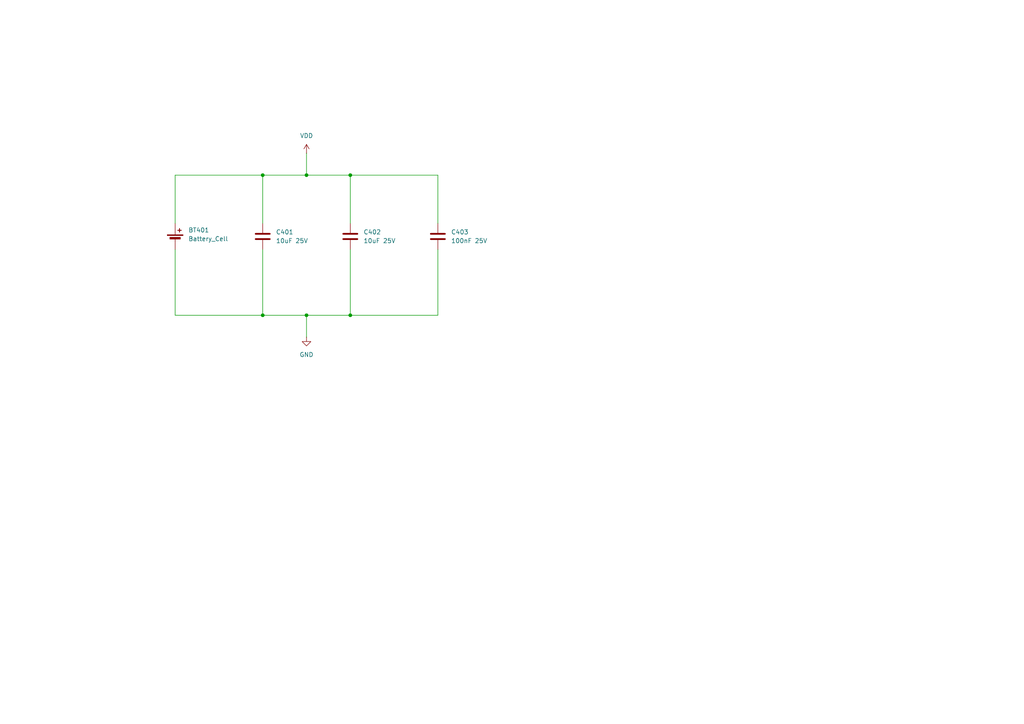
<source format=kicad_sch>
(kicad_sch (version 20250114) (generator "eeschema") (generator_version "9.0")
  (paper "A4")
  (title_block (date "2025-12-28") (rev "a") (company "Perillion Labs"))
  (lib_symbols
    (symbol "Device:Battery_Cell" (pin_numbers (hide yes)) (pin_names (offset 0) (hide yes))
      (property "Reference" "BT" (at 2.54 2.54 0))
      (property "Value" "Battery_Cell" (at 2.54 0 0))
      (symbol "Battery_Cell_0_1"
        (rectangle (start -2.286 1.778) (end 2.286 1.524) (fill (type outline)))
        (rectangle (start -1.524 1.016) (end 1.524 0.508) (fill (type outline)))
        (polyline (pts (xy 0 1.778) (xy 0 2.54)))
        (polyline (pts (xy 0 0.762) (xy 0 0)))
        (polyline (pts (xy 0.762 3.048) (xy 1.778 3.048)) (stroke (width 0.254)))
        (polyline (pts (xy 1.27 3.556) (xy 1.27 2.54)) (stroke (width 0.254)))
      )
      (symbol "Battery_Cell_1_1"
        (pin passive line (at 0 5.08 270) (length 2.54) (name "+") (number "1"))
        (pin passive line (at 0 -2.54 90) (length 2.54) (name "-") (number "2"))
      )
    )
    (symbol "Device:C" (pin_numbers (hide yes)) (pin_names (offset 0.254))
      (property "Reference" "C" (at 0.635 2.54 0))
      (property "Value" "C" (at 0.635 -2.54 0))
      (symbol "C_0_1"
        (polyline (pts (xy -2.032 0.762) (xy 2.032 0.762)) (stroke (width 0.508)))
        (polyline (pts (xy -2.032 -0.762) (xy 2.032 -0.762)) (stroke (width 0.508)))
      )
      (symbol "C_1_1"
        (pin passive line (at 0 3.81 270) (length 2.794) (name "~") (number "1"))
        (pin passive line (at 0 -3.81 90) (length 2.794) (name "~") (number "2"))
      )
    )
    (symbol "power:GND" (power) (pin_numbers (hide yes)) (pin_names (offset 0) (hide yes))
      (property "Value" "GND" (at 0 -3.81 0))
      (symbol "GND_0_1"
        (polyline (pts (xy 0 0) (xy 0 -1.27) (xy 1.27 -1.27) (xy 0 -2.54) (xy -1.27 -1.27) (xy 0 -1.27)))
      )
      (symbol "GND_1_1"
        (pin power_in line (at 0 0 270) (length 0) (name "~") (number "1"))
      )
    )
    (symbol "power:VDD" (power) (pin_numbers (hide yes)) (pin_names (offset 0) (hide yes))
      (property "Value" "VDD" (at 0 3.556 0))
      (symbol "VDD_0_1"
        (polyline (pts (xy -0.762 1.27) (xy 0 2.54)))
        (polyline (pts (xy 0 2.54) (xy 0.762 1.27)))
        (polyline (pts (xy 0 0) (xy 0 2.54)))
      )
      (symbol "VDD_1_1"
        (pin power_in line (at 0 0 90) (length 0) (name "~") (number "1"))
      )
    )
  )
  (junction (at 76.2 50.8))
  (junction (at 88.9 91.44))
  (junction (at 101.6 91.44))
  (junction (at 88.9 50.8))
  (junction (at 76.2 91.44))
  (junction (at 101.6 50.8))
  (wire (pts (xy 88.9 44.45) (xy 88.9 50.8)))
  (wire (pts (xy 127 91.44) (xy 101.6 91.44)))
  (wire (pts (xy 76.2 72.39) (xy 76.2 91.44)))
  (wire (pts (xy 76.2 50.8) (xy 76.2 64.77)))
  (wire (pts (xy 88.9 50.8) (xy 101.6 50.8)))
  (wire (pts (xy 50.8 72.39) (xy 50.8 91.44)))
  (wire (pts (xy 50.8 50.8) (xy 76.2 50.8)))
  (wire (pts (xy 76.2 91.44) (xy 88.9 91.44)))
  (wire (pts (xy 127 72.39) (xy 127 91.44)))
  (wire (pts (xy 127 50.8) (xy 127 64.77)))
  (wire (pts (xy 88.9 97.79) (xy 88.9 91.44)))
  (wire (pts (xy 50.8 91.44) (xy 76.2 91.44)))
  (wire (pts (xy 101.6 50.8) (xy 127 50.8)))
  (wire (pts (xy 101.6 50.8) (xy 101.6 64.77)))
  (wire (pts (xy 50.8 64.77) (xy 50.8 50.8)))
  (wire (pts (xy 88.9 91.44) (xy 101.6 91.44)))
  (wire (pts (xy 101.6 91.44) (xy 101.6 72.39)))
  (wire (pts (xy 76.2 50.8) (xy 88.9 50.8)))
  (symbol (lib_id "Device:C") (at 127 68.58 0) (unit 1)
    (property "Reference" "C403" (at 130.81 67.3099 0) (effects (justify left)))
    (property "Value" "100nF 25V" (at 130.81 69.8499 0) (effects (justify left)))
    (property "Description" "Unpolarized capacitor" (effects (hide yes)))
  )
  (symbol (lib_id "Device:Battery_Cell") (at 50.8 69.85 0) (unit 1)
    (property "Reference" "BT401" (at 54.61 66.7384 0) (effects (justify left)))
    (property "Value" "Battery_Cell" (at 54.61 69.2784 0) (effects (justify left)))
    (property "Description" "Single-cell battery" (effects (hide yes)))
  )
  (symbol (lib_id "power:VDD") (at 88.9 44.45 0) (unit 1)
    (property "Reference" "#PWR0401" (effects (hide yes)))
    (property "Value" "VDD" (at 88.9 39.37 0))
    (property "Description" "Power symbol creates a global label with name \"VDD\"" (effects (hide yes)))
  )
  (symbol (lib_id "Device:C") (at 76.2 68.58 0) (unit 1)
    (property "Reference" "C401" (at 80.01 67.3099 0) (effects (justify left)))
    (property "Value" "10uF 25V" (at 80.01 69.8499 0) (effects (justify left)))
    (property "Description" "Unpolarized capacitor" (effects (hide yes)))
  )
  (symbol (lib_id "Device:C") (at 101.6 68.58 0) (unit 1)
    (property "Reference" "C402" (at 105.41 67.3099 0) (effects (justify left)))
    (property "Value" "10uF 25V" (at 105.41 69.8499 0) (effects (justify left)))
    (property "Description" "Unpolarized capacitor" (effects (hide yes)))
  )
  (symbol (lib_id "power:GND") (at 88.9 97.79 0) (unit 1)
    (property "Reference" "#PWR0402" (effects (hide yes)))
    (property "Value" "GND" (at 88.9 102.87 0))
    (property "Description" "Power symbol creates a global label with name \"GND\" , ground" (effects (hide yes)))
  )
)
</source>
